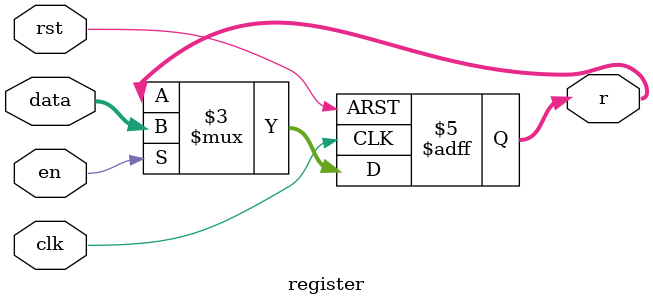
<source format=sv>
module register (input logic clk, rst, en,
					  input logic [1: 0] data,
					  output [1: 0] r);
											 
	always_ff @(negedge clk or posedge rst)
		if (rst) r = 2'b00;
		else
			if (en) r = data;
			
endmodule

</source>
